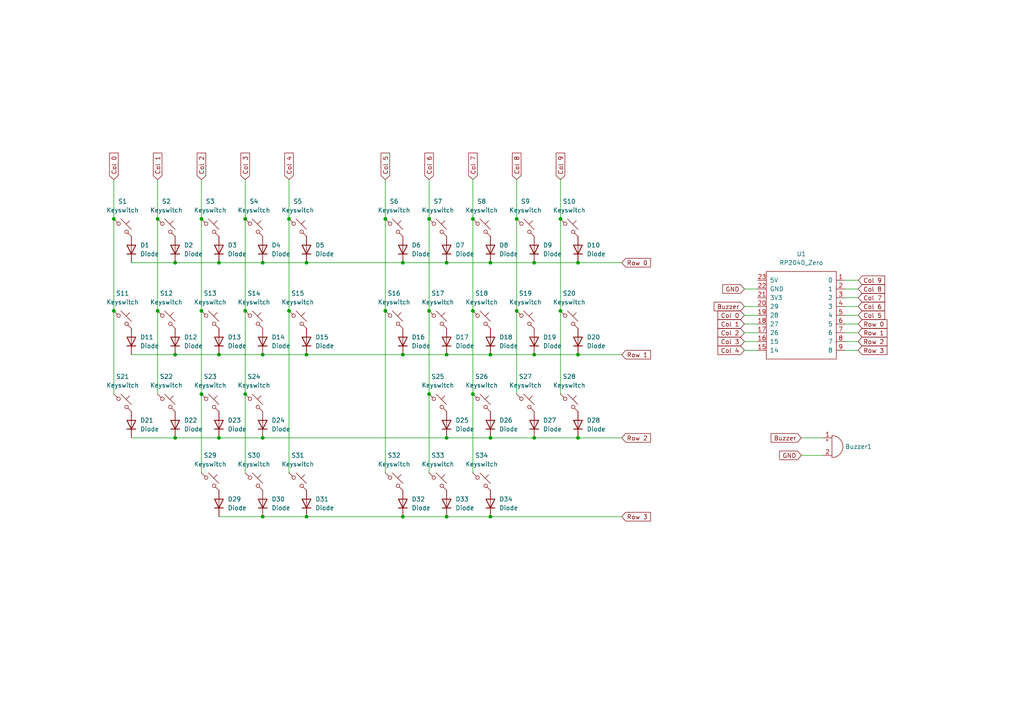
<source format=kicad_sch>
(kicad_sch (version 20231120) (generator "eeschema") (generator_version "8.0")
  (paper "A4")
  (lib_symbols
    (symbol "Device:Buzzer" (pin_names (offset 0.0254) hide)
      (property "Reference" "BZ" (at 3.81 1.27 0))
      (property "Value" "Buzzer" (at 3.81 -1.27 0))
      (symbol "Buzzer_0_1"
        (arc (start 0 -3.175) (mid 3.1612 0) (end 0 3.175))
        (polyline (pts (xy -1.651 1.905) (xy -1.143 1.905)))
        (polyline (pts (xy -1.397 2.159) (xy -1.397 1.651)))
        (polyline (pts (xy 0 3.175) (xy 0 -3.175)))
      )
      (symbol "Buzzer_1_1"
        (pin passive line (at -2.54 2.54 0) (length 2.54) (name "+") (number "1"))
        (pin passive line (at -2.54 -2.54 0) (length 2.54) (name "-") (number "2"))
      )
    )
    (symbol "chew_symbols:MCU_RP2040_Zero_chew_mono" (pin_names (offset 1.016))
      (property "Reference" "U" (at 0 15.24 0))
      (property "Value" "RP2040_Zero" (at 0 12.7 0))
      (symbol "MCU_RP2040_Zero_chew_mono_0_1"
        (rectangle (start -10.16 11.43) (end 10.16 -13.97))
      )
      (symbol "MCU_RP2040_Zero_chew_mono_1_1"
        (pin bidirectional line (at 12.7 8.89 180) (length 2.54) (name "0") (number "1"))
        (pin bidirectional line (at -12.7 -11.43 0) (length 2.54) (name "14") (number "15"))
        (pin bidirectional line (at -12.7 -8.89 0) (length 2.54) (name "15") (number "16"))
        (pin bidirectional line (at -12.7 -6.35 0) (length 2.54) (name "26") (number "17"))
        (pin bidirectional line (at -12.7 -3.81 0) (length 2.54) (name "27") (number "18"))
        (pin bidirectional line (at -12.7 -1.27 0) (length 2.54) (name "28") (number "19"))
        (pin bidirectional line (at 12.7 6.35 180) (length 2.54) (name "1") (number "2"))
        (pin bidirectional line (at -12.7 1.27 0) (length 2.54) (name "29") (number "20"))
        (pin power_out line (at -12.7 3.81 0) (length 2.54) (name "3V3") (number "21"))
        (pin power_out line (at -12.7 6.35 0) (length 2.54) (name "GND") (number "22"))
        (pin power_out line (at -12.7 8.89 0) (length 2.54) (name "5V") (number "23"))
        (pin bidirectional line (at 12.7 3.81 180) (length 2.54) (name "2") (number "3"))
        (pin bidirectional line (at 12.7 1.27 180) (length 2.54) (name "3") (number "4"))
        (pin bidirectional line (at 12.7 -1.27 180) (length 2.54) (name "4") (number "5"))
        (pin bidirectional line (at 12.7 -3.81 180) (length 2.54) (name "5") (number "6"))
        (pin bidirectional line (at 12.7 -6.35 180) (length 2.54) (name "6") (number "7"))
        (pin bidirectional line (at 12.7 -8.89 180) (length 2.54) (name "7") (number "8"))
        (pin bidirectional line (at 12.7 -11.43 180) (length 2.54) (name "8") (number "9"))
      )
    )
    (symbol "chew_symbols:Placeholder_Diode" (pin_numbers hide) (pin_names hide)
      (property "Reference" "D" (at 0 2.54 0))
      (property "Value" "Diode" (at 0 -2.54 0))
      (symbol "Placeholder_Diode_0_1"
        (polyline (pts (xy -1.27 1.27) (xy -1.27 -1.27)) (stroke (width 0.254)))
        (polyline (pts (xy 1.27 0) (xy -1.27 0)))
        (polyline (pts (xy 1.27 1.27) (xy 1.27 -1.27) (xy -1.27 0) (xy 1.27 1.27)) (stroke (width 0.254)))
      )
      (symbol "Placeholder_Diode_1_1"
        (pin passive line (at -3.81 0 0) (length 2.54) (name "K") (number "1"))
        (pin passive line (at 3.81 0 180) (length 2.54) (name "A") (number "2"))
      )
    )
    (symbol "chew_symbols:Placeholder_Keyswitch" (pin_numbers hide) (pin_names (offset 1.016) hide)
      (property "Reference" "S" (at 3.048 1.016 0))
      (property "Value" "Keyswitch" (at 0 -3.81 0))
      (symbol "Placeholder_Keyswitch_0_1"
        (circle (center -1.1684 1.1684) (radius 0.508))
        (polyline (pts (xy -0.508 2.54) (xy 2.54 -0.508)))
        (polyline (pts (xy 1.016 1.016) (xy 2.032 2.032)))
        (polyline (pts (xy -2.54 2.54) (xy -1.524 1.524) (xy -1.524 1.524)))
        (polyline (pts (xy 1.524 -1.524) (xy 2.54 -2.54) (xy 2.54 -2.54) (xy 2.54 -2.54)))
        (circle (center 1.143 -1.1938) (radius 0.508))
        (pin passive line (at -2.54 2.54 0) (length 0) (name "1") (number "1"))
        (pin passive line (at 2.54 -2.54 180) (length 0) (name "2") (number "2"))
      )
    )
  )
  (junction (at 149.86 63.5))
  (junction (at 162.56 90.17))
  (junction (at 76.2 127))
  (junction (at 167.64 76.2))
  (junction (at 33.02 63.5))
  (junction (at 124.46 63.5))
  (junction (at 50.8 76.2))
  (junction (at 154.94 76.2))
  (junction (at 71.12 63.5))
  (junction (at 58.42 114.3))
  (junction (at 50.8 127))
  (junction (at 88.9 149.86))
  (junction (at 58.42 90.17))
  (junction (at 149.86 90.17))
  (junction (at 124.46 114.3))
  (junction (at 137.16 90.17))
  (junction (at 71.12 114.3))
  (junction (at 88.9 76.2))
  (junction (at 142.24 127))
  (junction (at 88.9 102.87))
  (junction (at 154.94 127))
  (junction (at 167.64 102.87))
  (junction (at 167.64 127))
  (junction (at 124.46 90.17))
  (junction (at 76.2 76.2))
  (junction (at 137.16 63.5))
  (junction (at 116.84 149.86))
  (junction (at 111.76 63.5))
  (junction (at 76.2 102.87))
  (junction (at 58.42 63.5))
  (junction (at 116.84 102.87))
  (junction (at 76.2 149.86))
  (junction (at 116.84 76.2))
  (junction (at 137.16 114.3))
  (junction (at 63.5 76.2))
  (junction (at 129.54 127))
  (junction (at 129.54 149.86))
  (junction (at 63.5 102.87))
  (junction (at 45.72 90.17))
  (junction (at 154.94 102.87))
  (junction (at 33.02 90.17))
  (junction (at 111.76 90.17))
  (junction (at 129.54 76.2))
  (junction (at 45.72 63.5))
  (junction (at 71.12 90.17))
  (junction (at 142.24 102.87))
  (junction (at 142.24 76.2))
  (junction (at 50.8 102.87))
  (junction (at 129.54 102.87))
  (junction (at 83.82 90.17))
  (junction (at 63.5 127))
  (junction (at 142.24 149.86))
  (junction (at 83.82 63.5))
  (junction (at 162.56 63.5))
  (wire (pts (xy 111.76 63.5) (xy 111.76 90.17)))
  (wire (pts (xy 142.24 102.87) (xy 154.94 102.87)))
  (wire (pts (xy 50.8 102.87) (xy 63.5 102.87)))
  (wire (pts (xy 137.16 63.5) (xy 137.16 90.17)))
  (wire (pts (xy 116.84 149.86) (xy 129.54 149.86)))
  (wire (pts (xy 129.54 76.2) (xy 142.24 76.2)))
  (wire (pts (xy 58.42 90.17) (xy 58.42 114.3)))
  (wire (pts (xy 248.92 96.52) (xy 245.11 96.52)))
  (wire (pts (xy 232.41 132.08) (xy 238.76 132.08)))
  (wire (pts (xy 83.82 52.07) (xy 83.82 63.5)))
  (wire (pts (xy 45.72 52.07) (xy 45.72 63.5)))
  (wire (pts (xy 63.5 102.87) (xy 76.2 102.87)))
  (wire (pts (xy 38.1 76.2) (xy 50.8 76.2)))
  (wire (pts (xy 137.16 114.3) (xy 137.16 137.16)))
  (wire (pts (xy 149.86 52.07) (xy 149.86 63.5)))
  (wire (pts (xy 88.9 102.87) (xy 116.84 102.87)))
  (wire (pts (xy 232.41 127) (xy 238.76 127)))
  (wire (pts (xy 71.12 63.5) (xy 71.12 90.17)))
  (wire (pts (xy 137.16 90.17) (xy 137.16 114.3)))
  (wire (pts (xy 215.9 101.6) (xy 219.71 101.6)))
  (wire (pts (xy 33.02 90.17) (xy 33.02 114.3)))
  (wire (pts (xy 215.9 83.82) (xy 219.71 83.82)))
  (wire (pts (xy 63.5 76.2) (xy 76.2 76.2)))
  (wire (pts (xy 167.64 102.87) (xy 180.34 102.87)))
  (wire (pts (xy 248.92 101.6) (xy 245.11 101.6)))
  (wire (pts (xy 248.92 91.44) (xy 245.11 91.44)))
  (wire (pts (xy 76.2 127) (xy 129.54 127)))
  (wire (pts (xy 45.72 63.5) (xy 45.72 90.17)))
  (wire (pts (xy 124.46 90.17) (xy 124.46 114.3)))
  (wire (pts (xy 116.84 76.2) (xy 129.54 76.2)))
  (wire (pts (xy 129.54 102.87) (xy 142.24 102.87)))
  (wire (pts (xy 58.42 52.07) (xy 58.42 63.5)))
  (wire (pts (xy 142.24 127) (xy 154.94 127)))
  (wire (pts (xy 83.82 90.17) (xy 83.82 137.16)))
  (wire (pts (xy 248.92 81.28) (xy 245.11 81.28)))
  (wire (pts (xy 124.46 114.3) (xy 124.46 137.16)))
  (wire (pts (xy 154.94 102.87) (xy 167.64 102.87)))
  (wire (pts (xy 248.92 93.98) (xy 245.11 93.98)))
  (wire (pts (xy 71.12 52.07) (xy 71.12 63.5)))
  (wire (pts (xy 149.86 90.17) (xy 149.86 114.3)))
  (wire (pts (xy 45.72 90.17) (xy 45.72 114.3)))
  (wire (pts (xy 124.46 63.5) (xy 124.46 90.17)))
  (wire (pts (xy 63.5 127) (xy 76.2 127)))
  (wire (pts (xy 248.92 88.9) (xy 245.11 88.9)))
  (wire (pts (xy 162.56 52.07) (xy 162.56 63.5)))
  (wire (pts (xy 248.92 99.06) (xy 245.11 99.06)))
  (wire (pts (xy 215.9 91.44) (xy 219.71 91.44)))
  (wire (pts (xy 180.34 76.2) (xy 167.64 76.2)))
  (wire (pts (xy 33.02 63.5) (xy 33.02 90.17)))
  (wire (pts (xy 38.1 102.87) (xy 50.8 102.87)))
  (wire (pts (xy 50.8 76.2) (xy 63.5 76.2)))
  (wire (pts (xy 149.86 63.5) (xy 149.86 90.17)))
  (wire (pts (xy 33.02 52.07) (xy 33.02 63.5)))
  (wire (pts (xy 76.2 76.2) (xy 88.9 76.2)))
  (wire (pts (xy 129.54 149.86) (xy 142.24 149.86)))
  (wire (pts (xy 142.24 76.2) (xy 154.94 76.2)))
  (wire (pts (xy 129.54 127) (xy 142.24 127)))
  (wire (pts (xy 76.2 102.87) (xy 88.9 102.87)))
  (wire (pts (xy 111.76 90.17) (xy 111.76 137.16)))
  (wire (pts (xy 71.12 114.3) (xy 71.12 137.16)))
  (wire (pts (xy 58.42 114.3) (xy 58.42 137.16)))
  (wire (pts (xy 167.64 127) (xy 180.34 127)))
  (wire (pts (xy 83.82 63.5) (xy 83.82 90.17)))
  (wire (pts (xy 248.92 83.82) (xy 245.11 83.82)))
  (wire (pts (xy 111.76 52.07) (xy 111.76 63.5)))
  (wire (pts (xy 76.2 149.86) (xy 88.9 149.86)))
  (wire (pts (xy 124.46 52.07) (xy 124.46 63.5)))
  (wire (pts (xy 116.84 102.87) (xy 129.54 102.87)))
  (wire (pts (xy 180.34 149.86) (xy 142.24 149.86)))
  (wire (pts (xy 88.9 76.2) (xy 116.84 76.2)))
  (wire (pts (xy 137.16 52.07) (xy 137.16 63.5)))
  (wire (pts (xy 215.9 88.9) (xy 219.71 88.9)))
  (wire (pts (xy 248.92 86.36) (xy 245.11 86.36)))
  (wire (pts (xy 215.9 93.98) (xy 219.71 93.98)))
  (wire (pts (xy 71.12 90.17) (xy 71.12 114.3)))
  (wire (pts (xy 154.94 127) (xy 167.64 127)))
  (wire (pts (xy 162.56 90.17) (xy 162.56 114.3)))
  (wire (pts (xy 215.9 99.06) (xy 219.71 99.06)))
  (wire (pts (xy 63.5 149.86) (xy 76.2 149.86)))
  (wire (pts (xy 50.8 127) (xy 63.5 127)))
  (wire (pts (xy 38.1 127) (xy 50.8 127)))
  (wire (pts (xy 88.9 149.86) (xy 116.84 149.86)))
  (wire (pts (xy 58.42 63.5) (xy 58.42 90.17)))
  (wire (pts (xy 162.56 63.5) (xy 162.56 90.17)))
  (wire (pts (xy 215.9 96.52) (xy 219.71 96.52)))
  (wire (pts (xy 154.94 76.2) (xy 167.64 76.2)))
  (global_label "Col 5" (shape input) (at 248.92 91.44 0) (property "Intersheetrefs" "${INTERSHEET_REFS}" (effects (hide yes))))
  (global_label "Col 9" (shape input) (at 162.56 52.07 90) (property "Intersheetrefs" "${INTERSHEET_REFS}" (effects (hide yes))))
  (global_label "Row 3" (shape input) (at 180.34 149.86 0) (property "Intersheetrefs" "${INTERSHEET_REFS}" (effects (hide yes))))
  (global_label "Row 1" (shape input) (at 180.34 102.87 0) (property "Intersheetrefs" "${INTERSHEET_REFS}" (effects (hide yes))))
  (global_label "Col 1" (shape input) (at 215.9 93.98 180) (property "Intersheetrefs" "${INTERSHEET_REFS}" (effects (hide yes))))
  (global_label "Row 0" (shape input) (at 180.34 76.2 0) (property "Intersheetrefs" "${INTERSHEET_REFS}" (effects (hide yes))))
  (global_label "Buzzer" (shape input) (at 215.9 88.9 180) (property "Intersheetrefs" "${INTERSHEET_REFS}" (effects (hide yes))))
  (global_label "Col 9" (shape input) (at 248.92 81.28 0) (property "Intersheetrefs" "${INTERSHEET_REFS}" (effects (hide yes))))
  (global_label "Col 2" (shape input) (at 58.42 52.07 90) (property "Intersheetrefs" "${INTERSHEET_REFS}" (effects (hide yes))))
  (global_label "Col 4" (shape input) (at 215.9 101.6 180) (property "Intersheetrefs" "${INTERSHEET_REFS}" (effects (hide yes))))
  (global_label "Row 2" (shape input) (at 180.34 127 0) (property "Intersheetrefs" "${INTERSHEET_REFS}" (effects (hide yes))))
  (global_label "Col 0" (shape input) (at 215.9 91.44 180) (property "Intersheetrefs" "${INTERSHEET_REFS}" (effects (hide yes))))
  (global_label "Row 1" (shape input) (at 248.92 96.52 0) (property "Intersheetrefs" "${INTERSHEET_REFS}" (effects (hide yes))))
  (global_label "Row 2" (shape input) (at 248.92 99.06 0) (property "Intersheetrefs" "${INTERSHEET_REFS}" (effects (hide yes))))
  (global_label "Col 0" (shape input) (at 33.02 52.07 90) (property "Intersheetrefs" "${INTERSHEET_REFS}" (effects (hide yes))))
  (global_label "Col 7" (shape input) (at 248.92 86.36 0) (property "Intersheetrefs" "${INTERSHEET_REFS}" (effects (hide yes))))
  (global_label "Buzzer" (shape input) (at 232.41 127 180) (property "Intersheetrefs" "${INTERSHEET_REFS}" (effects (hide yes))))
  (global_label "Col 7" (shape input) (at 137.16 52.07 90) (property "Intersheetrefs" "${INTERSHEET_REFS}" (effects (hide yes))))
  (global_label "Col 8" (shape input) (at 248.92 83.82 0) (property "Intersheetrefs" "${INTERSHEET_REFS}" (effects (hide yes))))
  (global_label "Col 4" (shape input) (at 83.82 52.07 90) (property "Intersheetrefs" "${INTERSHEET_REFS}" (effects (hide yes))))
  (global_label "GND" (shape input) (at 215.9 83.82 180) (property "Intersheetrefs" "${INTERSHEET_REFS}" (effects (hide yes))))
  (global_label "Col 2" (shape input) (at 215.9 96.52 180) (property "Intersheetrefs" "${INTERSHEET_REFS}" (effects (hide yes))))
  (global_label "Col 1" (shape input) (at 45.72 52.07 90) (property "Intersheetrefs" "${INTERSHEET_REFS}" (effects (hide yes))))
  (global_label "Col 6" (shape input) (at 124.46 52.07 90) (property "Intersheetrefs" "${INTERSHEET_REFS}" (effects (hide yes))))
  (global_label "Col 3" (shape input) (at 71.12 52.07 90) (property "Intersheetrefs" "${INTERSHEET_REFS}" (effects (hide yes))))
  (global_label "Col 5" (shape input) (at 111.76 52.07 90) (property "Intersheetrefs" "${INTERSHEET_REFS}" (effects (hide yes))))
  (global_label "GND" (shape input) (at 232.41 132.08 180) (property "Intersheetrefs" "${INTERSHEET_REFS}" (effects (hide yes))))
  (global_label "Col 6" (shape input) (at 248.92 88.9 0) (property "Intersheetrefs" "${INTERSHEET_REFS}" (effects (hide yes))))
  (global_label "Row 3" (shape input) (at 248.92 101.6 0) (property "Intersheetrefs" "${INTERSHEET_REFS}" (effects (hide yes))))
  (global_label "Col 3" (shape input) (at 215.9 99.06 180) (property "Intersheetrefs" "${INTERSHEET_REFS}" (effects (hide yes))))
  (global_label "Col 8" (shape input) (at 149.86 52.07 90) (property "Intersheetrefs" "${INTERSHEET_REFS}" (effects (hide yes))))
  (global_label "Row 0" (shape input) (at 248.92 93.98 0) (property "Intersheetrefs" "${INTERSHEET_REFS}" (effects (hide yes))))
  (symbol (lib_id "chew_symbols:Placeholder_Keyswitch") (at 127 92.71 0) (unit 1)
    (property "Reference" "S17" (at 127 85.09 0))
    (property "Value" "Keyswitch" (at 127 87.63 0))
    (property "Footprint" "chew_is_so:Choc_V1_chew" (effects (hide yes)))
    (property "Description" "Push button switch, normally open, two pins, 45° tilted" (effects (hide yes)))
  )
  (symbol (lib_id "chew_symbols:Placeholder_Keyswitch") (at 48.26 92.71 0) (unit 1)
    (property "Reference" "S12" (at 48.26 85.09 0))
    (property "Value" "Keyswitch" (at 48.26 87.63 0))
    (property "Footprint" "chew_is_so:Choc_V1_chew" (effects (hide yes)))
    (property "Description" "Push button switch, normally open, two pins, 45° tilted" (effects (hide yes)))
  )
  (symbol (lib_id "chew_symbols:Placeholder_Diode") (at 76.2 123.19 90) (unit 1)
    (property "Reference" "D24" (at 78.74 121.9199 90) (effects (justify right)))
    (property "Value" "Diode" (at 78.74 124.4599 90) (effects (justify right)))
    (property "Footprint" "chew_is_so:Diode_SOD-123_chew" (effects (hide yes)))
    (property "Description" "1N4148 (DO-35) or 1N4148W (SOD-123)" (effects (hide yes)))
    (property "Sim.Device" "D" (effects (hide yes)))
    (property "Sim.Pins" "1=K 2=A" (effects (hide yes)))
  )
  (symbol (lib_id "chew_symbols:Placeholder_Keyswitch") (at 127 139.7 0) (unit 1)
    (property "Reference" "S33" (at 127 132.08 0))
    (property "Value" "Keyswitch" (at 127 134.62 0))
    (property "Footprint" "chew_is_so:Choc_V1_chew" (effects (hide yes)))
    (property "Description" "Push button switch, normally open, two pins, 45° tilted" (effects (hide yes)))
  )
  (symbol (lib_id "chew_symbols:Placeholder_Keyswitch") (at 152.4 92.71 0) (unit 1)
    (property "Reference" "S19" (at 152.4 85.09 0))
    (property "Value" "Keyswitch" (at 152.4 87.63 0))
    (property "Footprint" "chew_is_so:Choc_V1_chew" (effects (hide yes)))
    (property "Description" "Push button switch, normally open, two pins, 45° tilted" (effects (hide yes)))
  )
  (symbol (lib_id "chew_symbols:Placeholder_Diode") (at 142.24 146.05 90) (unit 1)
    (property "Reference" "D34" (at 144.78 144.7799 90) (effects (justify right)))
    (property "Value" "Diode" (at 144.78 147.3199 90) (effects (justify right)))
    (property "Footprint" "chew_is_so:Diode_SOD-123_chew" (effects (hide yes)))
    (property "Description" "1N4148 (DO-35) or 1N4148W (SOD-123)" (effects (hide yes)))
    (property "Sim.Device" "D" (effects (hide yes)))
    (property "Sim.Pins" "1=K 2=A" (effects (hide yes)))
  )
  (symbol (lib_id "chew_symbols:Placeholder_Diode") (at 129.54 99.06 90) (unit 1)
    (property "Reference" "D17" (at 132.08 97.7899 90) (effects (justify right)))
    (property "Value" "Diode" (at 132.08 100.3299 90) (effects (justify right)))
    (property "Footprint" "chew_is_so:Diode_SOD-123_chew" (effects (hide yes)))
    (property "Description" "1N4148 (DO-35) or 1N4148W (SOD-123)" (effects (hide yes)))
    (property "Sim.Device" "D" (effects (hide yes)))
    (property "Sim.Pins" "1=K 2=A" (effects (hide yes)))
  )
  (symbol (lib_id "chew_symbols:Placeholder_Keyswitch") (at 60.96 66.04 0) (unit 1)
    (property "Reference" "S3" (at 60.96 58.42 0))
    (property "Value" "Keyswitch" (at 60.96 60.96 0))
    (property "Footprint" "chew_is_so:Choc_V1_chew" (effects (hide yes)))
    (property "Description" "Push button switch, normally open, two pins, 45° tilted" (effects (hide yes)))
  )
  (symbol (lib_id "chew_symbols:Placeholder_Diode") (at 88.9 99.06 90) (unit 1)
    (property "Reference" "D15" (at 91.44 97.7899 90) (effects (justify right)))
    (property "Value" "Diode" (at 91.44 100.3299 90) (effects (justify right)))
    (property "Footprint" "chew_is_so:Diode_SOD-123_chew" (effects (hide yes)))
    (property "Description" "1N4148 (DO-35) or 1N4148W (SOD-123)" (effects (hide yes)))
    (property "Sim.Device" "D" (effects (hide yes)))
    (property "Sim.Pins" "1=K 2=A" (effects (hide yes)))
  )
  (symbol (lib_id "chew_symbols:Placeholder_Diode") (at 63.5 146.05 90) (unit 1)
    (property "Reference" "D29" (at 66.04 144.7799 90) (effects (justify right)))
    (property "Value" "Diode" (at 66.04 147.3199 90) (effects (justify right)))
    (property "Footprint" "chew_is_so:Diode_SOD-123_chew" (effects (hide yes)))
    (property "Description" "1N4148 (DO-35) or 1N4148W (SOD-123)" (effects (hide yes)))
    (property "Sim.Device" "D" (effects (hide yes)))
    (property "Sim.Pins" "1=K 2=A" (effects (hide yes)))
  )
  (symbol (lib_id "chew_symbols:Placeholder_Diode") (at 116.84 146.05 90) (unit 1)
    (property "Reference" "D32" (at 119.38 144.7799 90) (effects (justify right)))
    (property "Value" "Diode" (at 119.38 147.3199 90) (effects (justify right)))
    (property "Footprint" "chew_is_so:Diode_SOD-123_chew" (effects (hide yes)))
    (property "Description" "1N4148 (DO-35) or 1N4148W (SOD-123)" (effects (hide yes)))
    (property "Sim.Device" "D" (effects (hide yes)))
    (property "Sim.Pins" "1=K 2=A" (effects (hide yes)))
  )
  (symbol (lib_id "chew_symbols:Placeholder_Diode") (at 38.1 72.39 90) (unit 1)
    (property "Reference" "D1" (at 40.64 71.1199 90) (effects (justify right)))
    (property "Value" "Diode" (at 40.64 73.6599 90) (effects (justify right)))
    (property "Footprint" "chew_is_so:Diode_SOD-123_chew" (effects (hide yes)))
    (property "Description" "1N4148 (DO-35) or 1N4148W (SOD-123)" (effects (hide yes)))
    (property "Sim.Device" "D" (effects (hide yes)))
    (property "Sim.Pins" "1=K 2=A" (effects (hide yes)))
  )
  (symbol (lib_id "chew_symbols:Placeholder_Keyswitch") (at 165.1 66.04 0) (unit 1)
    (property "Reference" "S10" (at 165.1 58.42 0))
    (property "Value" "Keyswitch" (at 165.1 60.96 0))
    (property "Footprint" "chew_is_so:Choc_V1_chew" (effects (hide yes)))
    (property "Description" "Push button switch, normally open, two pins, 45° tilted" (effects (hide yes)))
  )
  (symbol (lib_id "chew_symbols:Placeholder_Diode") (at 76.2 99.06 90) (unit 1)
    (property "Reference" "D14" (at 78.74 97.7899 90) (effects (justify right)))
    (property "Value" "Diode" (at 78.74 100.3299 90) (effects (justify right)))
    (property "Footprint" "chew_is_so:Diode_SOD-123_chew" (effects (hide yes)))
    (property "Description" "1N4148 (DO-35) or 1N4148W (SOD-123)" (effects (hide yes)))
    (property "Sim.Device" "D" (effects (hide yes)))
    (property "Sim.Pins" "1=K 2=A" (effects (hide yes)))
  )
  (symbol (lib_id "chew_symbols:Placeholder_Diode") (at 154.94 72.39 90) (unit 1)
    (property "Reference" "D9" (at 157.48 71.1199 90) (effects (justify right)))
    (property "Value" "Diode" (at 157.48 73.6599 90) (effects (justify right)))
    (property "Footprint" "chew_is_so:Diode_SOD-123_chew" (effects (hide yes)))
    (property "Description" "1N4148 (DO-35) or 1N4148W (SOD-123)" (effects (hide yes)))
    (property "Sim.Device" "D" (effects (hide yes)))
    (property "Sim.Pins" "1=K 2=A" (effects (hide yes)))
  )
  (symbol (lib_id "chew_symbols:Placeholder_Keyswitch") (at 139.7 92.71 0) (unit 1)
    (property "Reference" "S18" (at 139.7 85.09 0))
    (property "Value" "Keyswitch" (at 139.7 87.63 0))
    (property "Footprint" "chew_is_so:Choc_V1_chew" (effects (hide yes)))
    (property "Description" "Push button switch, normally open, two pins, 45° tilted" (effects (hide yes)))
  )
  (symbol (lib_id "chew_symbols:Placeholder_Keyswitch") (at 73.66 66.04 0) (unit 1)
    (property "Reference" "S4" (at 73.66 58.42 0))
    (property "Value" "Keyswitch" (at 73.66 60.96 0))
    (property "Footprint" "chew_is_so:Choc_V1_chew" (effects (hide yes)))
    (property "Description" "Push button switch, normally open, two pins, 45° tilted" (effects (hide yes)))
  )
  (symbol (lib_id "chew_symbols:Placeholder_Keyswitch") (at 60.96 139.7 0) (unit 1)
    (property "Reference" "S29" (at 60.96 132.08 0))
    (property "Value" "Keyswitch" (at 60.96 134.62 0))
    (property "Footprint" "chew_is_so:Choc_V1_chew" (effects (hide yes)))
    (property "Description" "Push button switch, normally open, two pins, 45° tilted" (effects (hide yes)))
  )
  (symbol (lib_id "chew_symbols:Placeholder_Diode") (at 116.84 99.06 90) (unit 1)
    (property "Reference" "D16" (at 119.38 97.7899 90) (effects (justify right)))
    (property "Value" "Diode" (at 119.38 100.3299 90) (effects (justify right)))
    (property "Footprint" "chew_is_so:Diode_SOD-123_chew" (effects (hide yes)))
    (property "Description" "1N4148 (DO-35) or 1N4148W (SOD-123)" (effects (hide yes)))
    (property "Sim.Device" "D" (effects (hide yes)))
    (property "Sim.Pins" "1=K 2=A" (effects (hide yes)))
  )
  (symbol (lib_id "chew_symbols:Placeholder_Diode") (at 142.24 72.39 90) (unit 1)
    (property "Reference" "D8" (at 144.78 71.1199 90) (effects (justify right)))
    (property "Value" "Diode" (at 144.78 73.6599 90) (effects (justify right)))
    (property "Footprint" "chew_is_so:Diode_SOD-123_chew" (effects (hide yes)))
    (property "Description" "1N4148 (DO-35) or 1N4148W (SOD-123)" (effects (hide yes)))
    (property "Sim.Device" "D" (effects (hide yes)))
    (property "Sim.Pins" "1=K 2=A" (effects (hide yes)))
  )
  (symbol (lib_id "chew_symbols:Placeholder_Diode") (at 154.94 99.06 90) (unit 1)
    (property "Reference" "D19" (at 157.48 97.7899 90) (effects (justify right)))
    (property "Value" "Diode" (at 157.48 100.3299 90) (effects (justify right)))
    (property "Footprint" "chew_is_so:Diode_SOD-123_chew" (effects (hide yes)))
    (property "Description" "1N4148 (DO-35) or 1N4148W (SOD-123)" (effects (hide yes)))
    (property "Sim.Device" "D" (effects (hide yes)))
    (property "Sim.Pins" "1=K 2=A" (effects (hide yes)))
  )
  (symbol (lib_id "chew_symbols:Placeholder_Keyswitch") (at 35.56 92.71 0) (unit 1)
    (property "Reference" "S11" (at 35.56 85.09 0))
    (property "Value" "Keyswitch" (at 35.56 87.63 0))
    (property "Footprint" "chew_is_so:Choc_V1_chew" (effects (hide yes)))
    (property "Description" "Push button switch, normally open, two pins, 45° tilted" (effects (hide yes)))
  )
  (symbol (lib_id "chew_symbols:Placeholder_Keyswitch") (at 48.26 116.84 0) (unit 1)
    (property "Reference" "S22" (at 48.26 109.22 0))
    (property "Value" "Keyswitch" (at 48.26 111.76 0))
    (property "Footprint" "chew_is_so:Choc_V1_chew" (effects (hide yes)))
    (property "Description" "Push button switch, normally open, two pins, 45° tilted" (effects (hide yes)))
  )
  (symbol (lib_id "chew_symbols:Placeholder_Keyswitch") (at 114.3 92.71 0) (unit 1)
    (property "Reference" "S16" (at 114.3 85.09 0))
    (property "Value" "Keyswitch" (at 114.3 87.63 0))
    (property "Footprint" "chew_is_so:Choc_V1_chew" (effects (hide yes)))
    (property "Description" "Push button switch, normally open, two pins, 45° tilted" (effects (hide yes)))
  )
  (symbol (lib_id "chew_symbols:Placeholder_Keyswitch") (at 139.7 116.84 0) (unit 1)
    (property "Reference" "S26" (at 139.7 109.22 0))
    (property "Value" "Keyswitch" (at 139.7 111.76 0))
    (property "Footprint" "chew_is_so:Choc_V1_chew" (effects (hide yes)))
    (property "Description" "Push button switch, normally open, two pins, 45° tilted" (effects (hide yes)))
  )
  (symbol (lib_id "chew_symbols:Placeholder_Diode") (at 142.24 123.19 90) (unit 1)
    (property "Reference" "D26" (at 144.78 121.9199 90) (effects (justify right)))
    (property "Value" "Diode" (at 144.78 124.4599 90) (effects (justify right)))
    (property "Footprint" "chew_is_so:Diode_SOD-123_chew" (effects (hide yes)))
    (property "Description" "1N4148 (DO-35) or 1N4148W (SOD-123)" (effects (hide yes)))
    (property "Sim.Device" "D" (effects (hide yes)))
    (property "Sim.Pins" "1=K 2=A" (effects (hide yes)))
  )
  (symbol (lib_id "chew_symbols:Placeholder_Diode") (at 38.1 99.06 90) (unit 1)
    (property "Reference" "D11" (at 40.64 97.7899 90) (effects (justify right)))
    (property "Value" "Diode" (at 40.64 100.3299 90) (effects (justify right)))
    (property "Footprint" "chew_is_so:Diode_SOD-123_chew" (effects (hide yes)))
    (property "Description" "1N4148 (DO-35) or 1N4148W (SOD-123)" (effects (hide yes)))
    (property "Sim.Device" "D" (effects (hide yes)))
    (property "Sim.Pins" "1=K 2=A" (effects (hide yes)))
  )
  (symbol (lib_id "chew_symbols:Placeholder_Diode") (at 129.54 146.05 90) (unit 1)
    (property "Reference" "D33" (at 132.08 144.7799 90) (effects (justify right)))
    (property "Value" "Diode" (at 132.08 147.3199 90) (effects (justify right)))
    (property "Footprint" "chew_is_so:Diode_SOD-123_chew" (effects (hide yes)))
    (property "Description" "1N4148 (DO-35) or 1N4148W (SOD-123)" (effects (hide yes)))
    (property "Sim.Device" "D" (effects (hide yes)))
    (property "Sim.Pins" "1=K 2=A" (effects (hide yes)))
  )
  (symbol (lib_id "chew_symbols:Placeholder_Diode") (at 116.84 72.39 90) (unit 1)
    (property "Reference" "D6" (at 119.38 71.1199 90) (effects (justify right)))
    (property "Value" "Diode" (at 119.38 73.6599 90) (effects (justify right)))
    (property "Footprint" "chew_is_so:Diode_SOD-123_chew" (effects (hide yes)))
    (property "Description" "1N4148 (DO-35) or 1N4148W (SOD-123)" (effects (hide yes)))
    (property "Sim.Device" "D" (effects (hide yes)))
    (property "Sim.Pins" "1=K 2=A" (effects (hide yes)))
  )
  (symbol (lib_id "chew_symbols:Placeholder_Keyswitch") (at 86.36 139.7 0) (unit 1)
    (property "Reference" "S31" (at 86.36 132.08 0))
    (property "Value" "Keyswitch" (at 86.36 134.62 0))
    (property "Footprint" "chew_is_so:Choc_V1_chew" (effects (hide yes)))
    (property "Description" "Push button switch, normally open, two pins, 45° tilted" (effects (hide yes)))
  )
  (symbol (lib_id "chew_symbols:Placeholder_Diode") (at 129.54 123.19 90) (unit 1)
    (property "Reference" "D25" (at 132.08 121.9199 90) (effects (justify right)))
    (property "Value" "Diode" (at 132.08 124.4599 90) (effects (justify right)))
    (property "Footprint" "chew_is_so:Diode_SOD-123_chew" (effects (hide yes)))
    (property "Description" "1N4148 (DO-35) or 1N4148W (SOD-123)" (effects (hide yes)))
    (property "Sim.Device" "D" (effects (hide yes)))
    (property "Sim.Pins" "1=K 2=A" (effects (hide yes)))
  )
  (symbol (lib_id "chew_symbols:Placeholder_Diode") (at 76.2 72.39 90) (unit 1)
    (property "Reference" "D4" (at 78.74 71.1199 90) (effects (justify right)))
    (property "Value" "Diode" (at 78.74 73.6599 90) (effects (justify right)))
    (property "Footprint" "chew_is_so:Diode_SOD-123_chew" (effects (hide yes)))
    (property "Description" "1N4148 (DO-35) or 1N4148W (SOD-123)" (effects (hide yes)))
    (property "Sim.Device" "D" (effects (hide yes)))
    (property "Sim.Pins" "1=K 2=A" (effects (hide yes)))
  )
  (symbol (lib_id "Device:Buzzer") (at 241.3 129.54 0) (unit 1)
    (property "Reference" "Buzzer1" (at 245.11 129.54 0) (effects (justify left)))
    (property "Value" "Buzzer" (effects (hide yes)))
    (property "Footprint" "Buzzer_Beeper:Buzzer_Mallory_AST1109MLTRQ" (effects (hide yes)))
    (property "Description" "Buzzer, polarized" (effects (hide yes)))
  )
  (symbol (lib_id "chew_symbols:Placeholder_Keyswitch") (at 152.4 116.84 0) (unit 1)
    (property "Reference" "S27" (at 152.4 109.22 0))
    (property "Value" "Keyswitch" (at 152.4 111.76 0))
    (property "Footprint" "chew_is_so:Choc_V1_chew" (effects (hide yes)))
    (property "Description" "Push button switch, normally open, two pins, 45° tilted" (effects (hide yes)))
  )
  (symbol (lib_id "chew_symbols:Placeholder_Diode") (at 76.2 146.05 90) (unit 1)
    (property "Reference" "D30" (at 78.74 144.7799 90) (effects (justify right)))
    (property "Value" "Diode" (at 78.74 147.3199 90) (effects (justify right)))
    (property "Footprint" "chew_is_so:Diode_SOD-123_chew" (effects (hide yes)))
    (property "Description" "1N4148 (DO-35) or 1N4148W (SOD-123)" (effects (hide yes)))
    (property "Sim.Device" "D" (effects (hide yes)))
    (property "Sim.Pins" "1=K 2=A" (effects (hide yes)))
  )
  (symbol (lib_id "chew_symbols:Placeholder_Keyswitch") (at 35.56 116.84 0) (unit 1)
    (property "Reference" "S21" (at 35.56 109.22 0))
    (property "Value" "Keyswitch" (at 35.56 111.76 0))
    (property "Footprint" "chew_is_so:Choc_V1_chew" (effects (hide yes)))
    (property "Description" "Push button switch, normally open, two pins, 45° tilted" (effects (hide yes)))
  )
  (symbol (lib_id "chew_symbols:Placeholder_Diode") (at 167.64 123.19 90) (unit 1)
    (property "Reference" "D28" (at 170.18 121.9199 90) (effects (justify right)))
    (property "Value" "Diode" (at 170.18 124.4599 90) (effects (justify right)))
    (property "Footprint" "chew_is_so:Diode_SOD-123_chew" (effects (hide yes)))
    (property "Description" "1N4148 (DO-35) or 1N4148W (SOD-123)" (effects (hide yes)))
    (property "Sim.Device" "D" (effects (hide yes)))
    (property "Sim.Pins" "1=K 2=A" (effects (hide yes)))
  )
  (symbol (lib_id "chew_symbols:Placeholder_Diode") (at 63.5 99.06 90) (unit 1)
    (property "Reference" "D13" (at 66.04 97.7899 90) (effects (justify right)))
    (property "Value" "Diode" (at 66.04 100.3299 90) (effects (justify right)))
    (property "Footprint" "chew_is_so:Diode_SOD-123_chew" (effects (hide yes)))
    (property "Description" "1N4148 (DO-35) or 1N4148W (SOD-123)" (effects (hide yes)))
    (property "Sim.Device" "D" (effects (hide yes)))
    (property "Sim.Pins" "1=K 2=A" (effects (hide yes)))
  )
  (symbol (lib_id "chew_symbols:Placeholder_Keyswitch") (at 139.7 66.04 0) (unit 1)
    (property "Reference" "S8" (at 139.7 58.42 0))
    (property "Value" "Keyswitch" (at 139.7 60.96 0))
    (property "Footprint" "chew_is_so:Choc_V1_chew" (effects (hide yes)))
    (property "Description" "Push button switch, normally open, two pins, 45° tilted" (effects (hide yes)))
  )
  (symbol (lib_id "chew_symbols:Placeholder_Keyswitch") (at 48.26 66.04 0) (unit 1)
    (property "Reference" "S2" (at 48.26 58.42 0))
    (property "Value" "Keyswitch" (at 48.26 60.96 0))
    (property "Footprint" "chew_is_so:Choc_V1_chew" (effects (hide yes)))
    (property "Description" "Push button switch, normally open, two pins, 45° tilted" (effects (hide yes)))
  )
  (symbol (lib_id "chew_symbols:Placeholder_Keyswitch") (at 114.3 139.7 0) (unit 1)
    (property "Reference" "S32" (at 114.3 132.08 0))
    (property "Value" "Keyswitch" (at 114.3 134.62 0))
    (property "Footprint" "chew_is_so:Choc_V1_chew" (effects (hide yes)))
    (property "Description" "Push button switch, normally open, two pins, 45° tilted" (effects (hide yes)))
  )
  (symbol (lib_id "chew_symbols:Placeholder_Keyswitch") (at 165.1 92.71 0) (unit 1)
    (property "Reference" "S20" (at 165.1 85.09 0))
    (property "Value" "Keyswitch" (at 165.1 87.63 0))
    (property "Footprint" "chew_is_so:Choc_V1_chew" (effects (hide yes)))
    (property "Description" "Push button switch, normally open, two pins, 45° tilted" (effects (hide yes)))
  )
  (symbol (lib_id "chew_symbols:Placeholder_Keyswitch") (at 35.56 66.04 0) (unit 1)
    (property "Reference" "S1" (at 35.56 58.42 0))
    (property "Value" "Keyswitch" (at 35.56 60.96 0))
    (property "Footprint" "chew_is_so:Choc_V1_chew" (effects (hide yes)))
    (property "Description" "Push button switch, normally open, two pins, 45° tilted" (effects (hide yes)))
  )
  (symbol (lib_id "chew_symbols:Placeholder_Diode") (at 167.64 99.06 90) (unit 1)
    (property "Reference" "D20" (at 170.18 97.7899 90) (effects (justify right)))
    (property "Value" "Diode" (at 170.18 100.3299 90) (effects (justify right)))
    (property "Footprint" "chew_is_so:Diode_SOD-123_chew" (effects (hide yes)))
    (property "Description" "1N4148 (DO-35) or 1N4148W (SOD-123)" (effects (hide yes)))
    (property "Sim.Device" "D" (effects (hide yes)))
    (property "Sim.Pins" "1=K 2=A" (effects (hide yes)))
  )
  (symbol (lib_id "chew_symbols:Placeholder_Diode") (at 50.8 123.19 90) (unit 1)
    (property "Reference" "D22" (at 53.34 121.9199 90) (effects (justify right)))
    (property "Value" "Diode" (at 53.34 124.4599 90) (effects (justify right)))
    (property "Footprint" "chew_is_so:Diode_SOD-123_chew" (effects (hide yes)))
    (property "Description" "1N4148 (DO-35) or 1N4148W (SOD-123)" (effects (hide yes)))
    (property "Sim.Device" "D" (effects (hide yes)))
    (property "Sim.Pins" "1=K 2=A" (effects (hide yes)))
  )
  (symbol (lib_id "chew_symbols:Placeholder_Diode") (at 154.94 123.19 90) (unit 1)
    (property "Reference" "D27" (at 157.48 121.9199 90) (effects (justify right)))
    (property "Value" "Diode" (at 157.48 124.4599 90) (effects (justify right)))
    (property "Footprint" "chew_is_so:Diode_SOD-123_chew" (effects (hide yes)))
    (property "Description" "1N4148 (DO-35) or 1N4148W (SOD-123)" (effects (hide yes)))
    (property "Sim.Device" "D" (effects (hide yes)))
    (property "Sim.Pins" "1=K 2=A" (effects (hide yes)))
  )
  (symbol (lib_id "chew_symbols:Placeholder_Keyswitch") (at 127 116.84 0) (unit 1)
    (property "Reference" "S25" (at 127 109.22 0))
    (property "Value" "Keyswitch" (at 127 111.76 0))
    (property "Footprint" "chew_is_so:Choc_V1_chew" (effects (hide yes)))
    (property "Description" "Push button switch, normally open, two pins, 45° tilted" (effects (hide yes)))
  )
  (symbol (lib_id "chew_symbols:Placeholder_Diode") (at 88.9 72.39 90) (unit 1)
    (property "Reference" "D5" (at 91.44 71.1199 90) (effects (justify right)))
    (property "Value" "Diode" (at 91.44 73.6599 90) (effects (justify right)))
    (property "Footprint" "chew_is_so:Diode_SOD-123_chew" (effects (hide yes)))
    (property "Description" "1N4148 (DO-35) or 1N4148W (SOD-123)" (effects (hide yes)))
    (property "Sim.Device" "D" (effects (hide yes)))
    (property "Sim.Pins" "1=K 2=A" (effects (hide yes)))
  )
  (symbol (lib_id "chew_symbols:Placeholder_Diode") (at 167.64 72.39 90) (unit 1)
    (property "Reference" "D10" (at 170.18 71.1199 90) (effects (justify right)))
    (property "Value" "Diode" (at 170.18 73.6599 90) (effects (justify right)))
    (property "Footprint" "chew_is_so:Diode_SOD-123_chew" (effects (hide yes)))
    (property "Description" "1N4148 (DO-35) or 1N4148W (SOD-123)" (effects (hide yes)))
    (property "Sim.Device" "D" (effects (hide yes)))
    (property "Sim.Pins" "1=K 2=A" (effects (hide yes)))
  )
  (symbol (lib_id "chew_symbols:Placeholder_Diode") (at 129.54 72.39 90) (unit 1)
    (property "Reference" "D7" (at 132.08 71.1199 90) (effects (justify right)))
    (property "Value" "Diode" (at 132.08 73.6599 90) (effects (justify right)))
    (property "Footprint" "chew_is_so:Diode_SOD-123_chew" (effects (hide yes)))
    (property "Description" "1N4148 (DO-35) or 1N4148W (SOD-123)" (effects (hide yes)))
    (property "Sim.Device" "D" (effects (hide yes)))
    (property "Sim.Pins" "1=K 2=A" (effects (hide yes)))
  )
  (symbol (lib_id "chew_symbols:Placeholder_Keyswitch") (at 86.36 92.71 0) (unit 1)
    (property "Reference" "S15" (at 86.36 85.09 0))
    (property "Value" "Keyswitch" (at 86.36 87.63 0))
    (property "Footprint" "chew_is_so:Choc_V1_chew" (effects (hide yes)))
    (property "Description" "Push button switch, normally open, two pins, 45° tilted" (effects (hide yes)))
  )
  (symbol (lib_id "chew_symbols:Placeholder_Keyswitch") (at 165.1 116.84 0) (unit 1)
    (property "Reference" "S28" (at 165.1 109.22 0))
    (property "Value" "Keyswitch" (at 165.1 111.76 0))
    (property "Footprint" "chew_is_so:Choc_V1_chew" (effects (hide yes)))
    (property "Description" "Push button switch, normally open, two pins, 45° tilted" (effects (hide yes)))
  )
  (symbol (lib_id "chew_symbols:Placeholder_Diode") (at 50.8 99.06 90) (unit 1)
    (property "Reference" "D12" (at 53.34 97.7899 90) (effects (justify right)))
    (property "Value" "Diode" (at 53.34 100.3299 90) (effects (justify right)))
    (property "Footprint" "chew_is_so:Diode_SOD-123_chew" (effects (hide yes)))
    (property "Description" "1N4148 (DO-35) or 1N4148W (SOD-123)" (effects (hide yes)))
    (property "Sim.Device" "D" (effects (hide yes)))
    (property "Sim.Pins" "1=K 2=A" (effects (hide yes)))
  )
  (symbol (lib_id "chew_symbols:Placeholder_Keyswitch") (at 152.4 66.04 0) (unit 1)
    (property "Reference" "S9" (at 152.4 58.42 0))
    (property "Value" "Keyswitch" (at 152.4 60.96 0))
    (property "Footprint" "chew_is_so:Choc_V1_chew" (effects (hide yes)))
    (property "Description" "Push button switch, normally open, two pins, 45° tilted" (effects (hide yes)))
  )
  (symbol (lib_id "chew_symbols:Placeholder_Keyswitch") (at 73.66 116.84 0) (unit 1)
    (property "Reference" "S24" (at 73.66 109.22 0))
    (property "Value" "Keyswitch" (at 73.66 111.76 0))
    (property "Footprint" "chew_is_so:Choc_V1_chew" (effects (hide yes)))
    (property "Description" "Push button switch, normally open, two pins, 45° tilted" (effects (hide yes)))
  )
  (symbol (lib_id "chew_symbols:Placeholder_Keyswitch") (at 73.66 92.71 0) (unit 1)
    (property "Reference" "S14" (at 73.66 85.09 0))
    (property "Value" "Keyswitch" (at 73.66 87.63 0))
    (property "Footprint" "chew_is_so:Choc_V1_chew" (effects (hide yes)))
    (property "Description" "Push button switch, normally open, two pins, 45° tilted" (effects (hide yes)))
  )
  (symbol (lib_id "chew_symbols:Placeholder_Diode") (at 50.8 72.39 90) (unit 1)
    (property "Reference" "D2" (at 53.34 71.1199 90) (effects (justify right)))
    (property "Value" "Diode" (at 53.34 73.6599 90) (effects (justify right)))
    (property "Footprint" "chew_is_so:Diode_SOD-123_chew" (effects (hide yes)))
    (property "Description" "1N4148 (DO-35) or 1N4148W (SOD-123)" (effects (hide yes)))
    (property "Sim.Device" "D" (effects (hide yes)))
    (property "Sim.Pins" "1=K 2=A" (effects (hide yes)))
  )
  (symbol (lib_id "chew_symbols:Placeholder_Keyswitch") (at 73.66 139.7 0) (unit 1)
    (property "Reference" "S30" (at 73.66 132.08 0))
    (property "Value" "Keyswitch" (at 73.66 134.62 0))
    (property "Footprint" "chew_is_so:Choc_V1_chew" (effects (hide yes)))
    (property "Description" "Push button switch, normally open, two pins, 45° tilted" (effects (hide yes)))
  )
  (symbol (lib_id "chew_symbols:Placeholder_Keyswitch") (at 114.3 66.04 0) (unit 1)
    (property "Reference" "S6" (at 114.3 58.42 0))
    (property "Value" "Keyswitch" (at 114.3 60.96 0))
    (property "Footprint" "chew_is_so:Choc_V1_chew" (effects (hide yes)))
    (property "Description" "Push button switch, normally open, two pins, 45° tilted" (effects (hide yes)))
  )
  (symbol (lib_id "chew_symbols:Placeholder_Keyswitch") (at 86.36 66.04 0) (unit 1)
    (property "Reference" "S5" (at 86.36 58.42 0))
    (property "Value" "Keyswitch" (at 86.36 60.96 0))
    (property "Footprint" "chew_is_so:Choc_V1_chew" (effects (hide yes)))
    (property "Description" "Push button switch, normally open, two pins, 45° tilted" (effects (hide yes)))
  )
  (symbol (lib_id "chew_symbols:Placeholder_Diode") (at 88.9 146.05 90) (unit 1)
    (property "Reference" "D31" (at 91.44 144.7799 90) (effects (justify right)))
    (property "Value" "Diode" (at 91.44 147.3199 90) (effects (justify right)))
    (property "Footprint" "chew_is_so:Diode_SOD-123_chew" (effects (hide yes)))
    (property "Description" "1N4148 (DO-35) or 1N4148W (SOD-123)" (effects (hide yes)))
    (property "Sim.Device" "D" (effects (hide yes)))
    (property "Sim.Pins" "1=K 2=A" (effects (hide yes)))
  )
  (symbol (lib_id "chew_symbols:Placeholder_Diode") (at 142.24 99.06 90) (unit 1)
    (property "Reference" "D18" (at 144.78 97.7899 90) (effects (justify right)))
    (property "Value" "Diode" (at 144.78 100.3299 90) (effects (justify right)))
    (property "Footprint" "chew_is_so:Diode_SOD-123_chew" (effects (hide yes)))
    (property "Description" "1N4148 (DO-35) or 1N4148W (SOD-123)" (effects (hide yes)))
    (property "Sim.Device" "D" (effects (hide yes)))
    (property "Sim.Pins" "1=K 2=A" (effects (hide yes)))
  )
  (symbol (lib_id "chew_symbols:MCU_RP2040_Zero_chew_mono") (at 232.41 90.17 0) (unit 1)
    (property "Reference" "U1" (at 232.41 73.66 0))
    (property "Value" "RP2040_Zero" (at 232.41 76.2 0))
    (property "Footprint" "chew_is_so:RP2040_Zero_chew_mono" (effects (hide yes)))
  )
  (symbol (lib_id "chew_symbols:Placeholder_Diode") (at 63.5 123.19 90) (unit 1)
    (property "Reference" "D23" (at 66.04 121.9199 90) (effects (justify right)))
    (property "Value" "Diode" (at 66.04 124.4599 90) (effects (justify right)))
    (property "Footprint" "chew_is_so:Diode_SOD-123_chew" (effects (hide yes)))
    (property "Description" "1N4148 (DO-35) or 1N4148W (SOD-123)" (effects (hide yes)))
    (property "Sim.Device" "D" (effects (hide yes)))
    (property "Sim.Pins" "1=K 2=A" (effects (hide yes)))
  )
  (symbol (lib_id "chew_symbols:Placeholder_Keyswitch") (at 139.7 139.7 0) (unit 1)
    (property "Reference" "S34" (at 139.7 132.08 0))
    (property "Value" "Keyswitch" (at 139.7 134.62 0))
    (property "Footprint" "chew_is_so:Choc_V1_chew" (effects (hide yes)))
    (property "Description" "Push button switch, normally open, two pins, 45° tilted" (effects (hide yes)))
  )
  (symbol (lib_id "chew_symbols:Placeholder_Keyswitch") (at 127 66.04 0) (unit 1)
    (property "Reference" "S7" (at 127 58.42 0))
    (property "Value" "Keyswitch" (at 127 60.96 0))
    (property "Footprint" "chew_is_so:Choc_V1_chew" (effects (hide yes)))
    (property "Description" "Push button switch, normally open, two pins, 45° tilted" (effects (hide yes)))
  )
  (symbol (lib_id "chew_symbols:Placeholder_Diode") (at 38.1 123.19 90) (unit 1)
    (property "Reference" "D21" (at 40.64 121.9199 90) (effects (justify right)))
    (property "Value" "Diode" (at 40.64 124.4599 90) (effects (justify right)))
    (property "Footprint" "chew_is_so:Diode_SOD-123_chew" (effects (hide yes)))
    (property "Description" "1N4148 (DO-35) or 1N4148W (SOD-123)" (effects (hide yes)))
    (property "Sim.Device" "D" (effects (hide yes)))
    (property "Sim.Pins" "1=K 2=A" (effects (hide yes)))
  )
  (symbol (lib_id "chew_symbols:Placeholder_Keyswitch") (at 60.96 92.71 0) (unit 1)
    (property "Reference" "S13" (at 60.96 85.09 0))
    (property "Value" "Keyswitch" (at 60.96 87.63 0))
    (property "Footprint" "chew_is_so:Choc_V1_chew" (effects (hide yes)))
    (property "Description" "Push button switch, normally open, two pins, 45° tilted" (effects (hide yes)))
  )
  (symbol (lib_id "chew_symbols:Placeholder_Diode") (at 63.5 72.39 90) (unit 1)
    (property "Reference" "D3" (at 66.04 71.1199 90) (effects (justify right)))
    (property "Value" "Diode" (at 66.04 73.6599 90) (effects (justify right)))
    (property "Footprint" "chew_is_so:Diode_SOD-123_chew" (effects (hide yes)))
    (property "Description" "1N4148 (DO-35) or 1N4148W (SOD-123)" (effects (hide yes)))
    (property "Sim.Device" "D" (effects (hide yes)))
    (property "Sim.Pins" "1=K 2=A" (effects (hide yes)))
  )
  (symbol (lib_id "chew_symbols:Placeholder_Keyswitch") (at 60.96 116.84 0) (unit 1)
    (property "Reference" "S23" (at 60.96 109.22 0))
    (property "Value" "Keyswitch" (at 60.96 111.76 0))
    (property "Footprint" "chew_is_so:Choc_V1_chew" (effects (hide yes)))
    (property "Description" "Push button switch, normally open, two pins, 45° tilted" (effects (hide yes)))
  )
)
</source>
